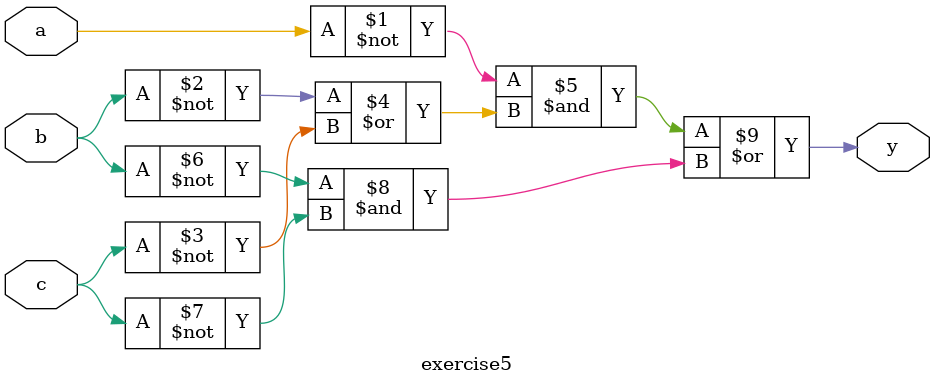
<source format=sv>
module exercise5
(
	input logic a, b, c,
	output logic y
);
	assign y = ~a & (~b | ~c) | (~b & ~c);
	
endmodule

</source>
